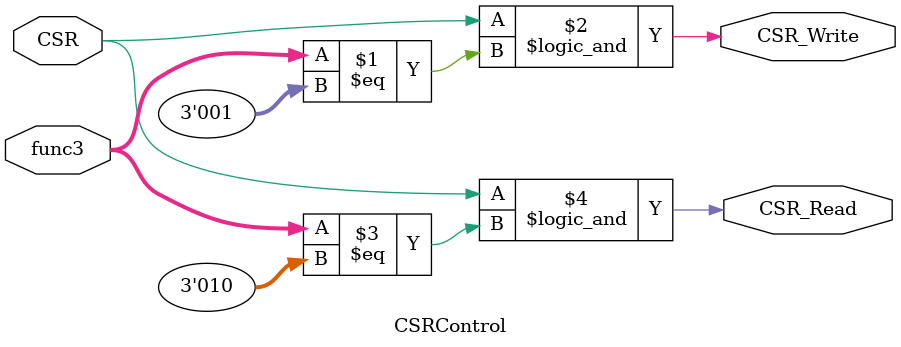
<source format=sv>
module CSRControl(
	input logic CSR,
	input logic[2:0] func3,
	output logic CSR_Write,
	output logic CSR_Read);

	assign CSR_Write = (CSR && func3 == 3'b001);
	assign CSR_Read = (CSR && func3 == 3'b010);

endmodule


</source>
